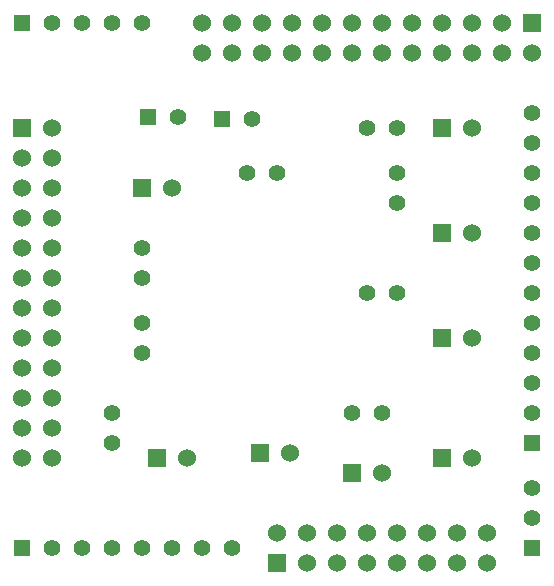
<source format=gbs>
G04 (created by PCBNEW (2013-03-31 BZR 4008)-stable) date 6/6/2013 1:10:11 PM*
%MOIN*%
G04 Gerber Fmt 3.4, Leading zero omitted, Abs format*
%FSLAX34Y34*%
G01*
G70*
G90*
G04 APERTURE LIST*
%ADD10C,0.006*%
%ADD11R,0.055X0.055*%
%ADD12C,0.055*%
%ADD13R,0.06X0.06*%
%ADD14C,0.06*%
G04 APERTURE END LIST*
G54D10*
G54D11*
X16000Y-29000D03*
G54D12*
X17000Y-29000D03*
X18000Y-29000D03*
X19000Y-29000D03*
X20000Y-29000D03*
X21000Y-29000D03*
X22000Y-29000D03*
X23000Y-29000D03*
G54D11*
X16000Y-11500D03*
G54D12*
X17000Y-11500D03*
X18000Y-11500D03*
X19000Y-11500D03*
X20000Y-11500D03*
G54D11*
X33000Y-29000D03*
G54D12*
X33000Y-28000D03*
X33000Y-27000D03*
G54D11*
X22665Y-14696D03*
G54D12*
X23665Y-14696D03*
G54D11*
X20185Y-14629D03*
G54D12*
X21185Y-14629D03*
G54D11*
X33000Y-25500D03*
G54D12*
X33000Y-24500D03*
X33000Y-23500D03*
X33000Y-22500D03*
X33000Y-21500D03*
X33000Y-20500D03*
X33000Y-19500D03*
X33000Y-18500D03*
X33000Y-17500D03*
X33000Y-16500D03*
X33000Y-15500D03*
X33000Y-14500D03*
G54D13*
X24500Y-29500D03*
G54D14*
X24500Y-28500D03*
X25500Y-29500D03*
X25500Y-28500D03*
X26500Y-29500D03*
X26500Y-28500D03*
X27500Y-29500D03*
X27500Y-28500D03*
X28500Y-29500D03*
X28500Y-28500D03*
X29500Y-29500D03*
X29500Y-28500D03*
X30500Y-29500D03*
X30500Y-28500D03*
X31500Y-29500D03*
X31500Y-28500D03*
G54D13*
X33000Y-11500D03*
G54D14*
X33000Y-12500D03*
X32000Y-11500D03*
X32000Y-12500D03*
X31000Y-11500D03*
X31000Y-12500D03*
X30000Y-11500D03*
X30000Y-12500D03*
X29000Y-11500D03*
X29000Y-12500D03*
X28000Y-11500D03*
X28000Y-12500D03*
X27000Y-11500D03*
X27000Y-12500D03*
X26000Y-11500D03*
X26000Y-12500D03*
X25000Y-11500D03*
X25000Y-12500D03*
X24000Y-11500D03*
X24000Y-12500D03*
X23000Y-11500D03*
X23000Y-12500D03*
X22000Y-11500D03*
X22000Y-12500D03*
G54D13*
X16000Y-15000D03*
G54D14*
X17000Y-15000D03*
X16000Y-16000D03*
X17000Y-16000D03*
X16000Y-17000D03*
X17000Y-17000D03*
X16000Y-18000D03*
X17000Y-18000D03*
X16000Y-19000D03*
X17000Y-19000D03*
X16000Y-20000D03*
X17000Y-20000D03*
X16000Y-21000D03*
X17000Y-21000D03*
X16000Y-22000D03*
X17000Y-22000D03*
X16000Y-23000D03*
X17000Y-23000D03*
X16000Y-24000D03*
X17000Y-24000D03*
X16000Y-25000D03*
X17000Y-25000D03*
X16000Y-26000D03*
X17000Y-26000D03*
G54D13*
X30000Y-26000D03*
G54D14*
X31000Y-26000D03*
G54D13*
X20000Y-17000D03*
G54D14*
X21000Y-17000D03*
G54D13*
X27000Y-26500D03*
G54D14*
X28000Y-26500D03*
G54D13*
X30000Y-15000D03*
G54D14*
X31000Y-15000D03*
G54D13*
X23929Y-25838D03*
G54D14*
X24929Y-25838D03*
G54D13*
X20500Y-26000D03*
G54D14*
X21500Y-26000D03*
G54D13*
X30000Y-22000D03*
G54D14*
X31000Y-22000D03*
G54D13*
X30000Y-18500D03*
G54D14*
X31000Y-18500D03*
G54D12*
X23500Y-16500D03*
X24500Y-16500D03*
X27500Y-15000D03*
X28500Y-15000D03*
X20000Y-22500D03*
X20000Y-21500D03*
X28500Y-17500D03*
X28500Y-16500D03*
X27500Y-20500D03*
X28500Y-20500D03*
X19000Y-25500D03*
X19000Y-24500D03*
X20000Y-20000D03*
X20000Y-19000D03*
X27000Y-24500D03*
X28000Y-24500D03*
M02*

</source>
